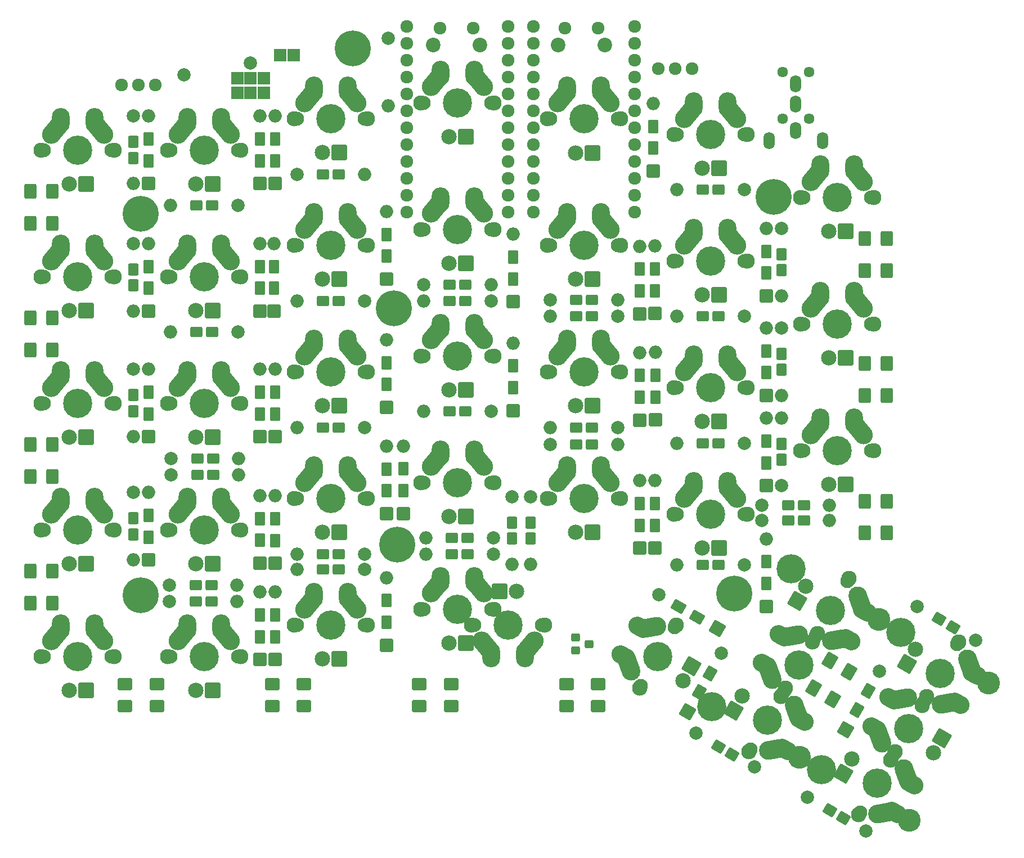
<source format=gts>
G04 #@! TF.GenerationSoftware,KiCad,Pcbnew,(6.0.0)*
G04 #@! TF.CreationDate,2022-02-07T00:58:47-05:00*
G04 #@! TF.ProjectId,ergodash,6572676f-6461-4736-982e-6b696361645f,2.0*
G04 #@! TF.SameCoordinates,Original*
G04 #@! TF.FileFunction,Soldermask,Top*
G04 #@! TF.FilePolarity,Negative*
%FSLAX46Y46*%
G04 Gerber Fmt 4.6, Leading zero omitted, Abs format (unit mm)*
G04 Created by KiCad (PCBNEW (6.0.0)) date 2022-02-07 00:58:47*
%MOMM*%
%LPD*%
G01*
G04 APERTURE LIST*
G04 Aperture macros list*
%AMRoundRect*
0 Rectangle with rounded corners*
0 $1 Rounding radius*
0 $2 $3 $4 $5 $6 $7 $8 $9 X,Y pos of 4 corners*
0 Add a 4 corners polygon primitive as box body*
4,1,4,$2,$3,$4,$5,$6,$7,$8,$9,$2,$3,0*
0 Add four circle primitives for the rounded corners*
1,1,$1+$1,$2,$3*
1,1,$1+$1,$4,$5*
1,1,$1+$1,$6,$7*
1,1,$1+$1,$8,$9*
0 Add four rect primitives between the rounded corners*
20,1,$1+$1,$2,$3,$4,$5,0*
20,1,$1+$1,$4,$5,$6,$7,0*
20,1,$1+$1,$6,$7,$8,$9,0*
20,1,$1+$1,$8,$9,$2,$3,0*%
%AMHorizOval*
0 Thick line with rounded ends*
0 $1 width*
0 $2 $3 position (X,Y) of the first rounded end (center of the circle)*
0 $4 $5 position (X,Y) of the second rounded end (center of the circle)*
0 Add line between two ends*
20,1,$1,$2,$3,$4,$5,0*
0 Add two circle primitives to create the rounded ends*
1,1,$1,$2,$3*
1,1,$1,$4,$5*%
G04 Aperture macros list end*
%ADD10C,2.000000*%
%ADD11HorizOval,2.000000X0.000000X0.000000X0.000000X0.000000X0*%
%ADD12O,2.000000X2.000000*%
%ADD13C,1.924000*%
%ADD14C,2.200000*%
%ADD15C,5.400000*%
%ADD16RoundRect,0.200000X-0.762000X-0.762000X0.762000X-0.762000X0.762000X0.762000X-0.762000X0.762000X0*%
%ADD17C,1.610000*%
%ADD18O,1.700000X2.600000*%
%ADD19RoundRect,0.200000X-0.600000X0.700000X-0.600000X-0.700000X0.600000X-0.700000X0.600000X0.700000X0*%
%ADD20RoundRect,0.200000X0.700000X0.600000X-0.700000X0.600000X-0.700000X-0.600000X0.700000X-0.600000X0*%
%ADD21RoundRect,0.200000X-0.700000X-0.600000X0.700000X-0.600000X0.700000X0.600000X-0.700000X0.600000X0*%
%ADD22RoundRect,0.200000X0.600000X-0.700000X0.600000X0.700000X-0.600000X0.700000X-0.600000X-0.700000X0*%
%ADD23RoundRect,0.200000X-0.906218X-0.169615X0.306218X-0.869615X0.906218X0.169615X-0.306218X0.869615X0*%
%ADD24HorizOval,2.000000X0.000000X0.000000X0.000000X0.000000X0*%
%ADD25RoundRect,0.200000X-0.952500X-0.952500X0.952500X-0.952500X0.952500X0.952500X-0.952500X0.952500X0*%
%ADD26C,2.305000*%
%ADD27RoundRect,0.200000X0.348639X-1.301139X1.301139X0.348639X-0.348639X1.301139X-1.301139X-0.348639X0*%
%ADD28RoundRect,0.200000X0.952500X0.952500X-0.952500X0.952500X-0.952500X-0.952500X0.952500X-0.952500X0*%
%ADD29RoundRect,0.200000X0.292820X-1.092820X1.092820X0.292820X-0.292820X1.092820X-1.092820X-0.292820X0*%
%ADD30RoundRect,0.200000X0.119615X-0.992820X0.919615X0.392820X-0.119615X0.992820X-0.919615X-0.392820X0*%
%ADD31HorizOval,2.000000X0.000000X0.000000X0.000000X0.000000X0*%
%ADD32RoundRect,0.200000X-0.450000X-0.400000X0.450000X-0.400000X0.450000X0.400000X-0.450000X0.400000X0*%
%ADD33C,2.300000*%
%ADD34C,4.400000*%
%ADD35C,2.100000*%
%ADD36HorizOval,2.800000X0.578509X0.689440X-0.578509X-0.689440X0*%
%ADD37O,2.700000X3.737000*%
%ADD38HorizOval,2.800000X0.578509X-0.689440X-0.578509X0.689440X0*%
%ADD39HorizOval,2.800000X0.307818X-0.845723X-0.307818X0.845723X0*%
%ADD40HorizOval,2.700000X-0.449034X0.259250X0.449034X-0.259250X0*%
%ADD41HorizOval,2.800000X-0.886327X-0.156283X0.886327X0.156283X0*%
%ADD42HorizOval,2.800000X-0.307818X0.845723X0.307818X-0.845723X0*%
%ADD43HorizOval,2.800000X0.886327X0.156283X-0.886327X-0.156283X0*%
%ADD44HorizOval,2.800000X-0.578509X-0.689440X0.578509X0.689440X0*%
%ADD45HorizOval,2.800000X-0.578509X0.689440X0.578509X-0.689440X0*%
%ADD46RoundRect,0.200000X-0.348639X1.301139X-1.301139X-0.348639X0.348639X-1.301139X1.301139X0.348639X0*%
%ADD47RoundRect,0.200000X0.906218X0.169615X-0.306218X0.869615X-0.906218X-0.169615X0.306218X-0.869615X0*%
%ADD48HorizOval,2.000000X0.000000X0.000000X0.000000X0.000000X0*%
%ADD49RoundRect,0.200000X0.600000X-0.800000X0.600000X0.800000X-0.600000X0.800000X-0.600000X-0.800000X0*%
%ADD50RoundRect,0.200000X0.800000X-0.800000X0.800000X0.800000X-0.800000X0.800000X-0.800000X-0.800000X0*%
%ADD51RoundRect,0.200000X0.992820X0.119615X-0.392820X0.919615X-0.992820X-0.119615X0.392820X-0.919615X0*%
%ADD52RoundRect,0.200000X1.092820X0.292820X-0.292820X1.092820X-1.092820X-0.292820X0.292820X-1.092820X0*%
%ADD53C,3.448000*%
%ADD54C,4.387800*%
%ADD55RoundRect,0.200000X-0.700000X-0.900000X0.700000X-0.900000X0.700000X0.900000X-0.700000X0.900000X0*%
%ADD56RoundRect,0.200000X0.900000X-0.700000X0.900000X0.700000X-0.900000X0.700000X-0.900000X-0.700000X0*%
%ADD57RoundRect,0.200000X1.056218X0.429423X-0.156218X1.129423X-1.056218X-0.429423X0.156218X-1.129423X0*%
%ADD58RoundRect,0.200000X0.700000X0.900000X-0.700000X0.900000X-0.700000X-0.900000X0.700000X-0.900000X0*%
G04 APERTURE END LIST*
D10*
X102997000Y-46609000D03*
D11*
X113002647Y-44844735D03*
D10*
X133731000Y-41148000D03*
D12*
X133731000Y-51308000D03*
D13*
X160314000Y-39624000D03*
X165314000Y-39624000D03*
D14*
X159314000Y-42124000D03*
X166314000Y-42124000D03*
D15*
X134620000Y-81788000D03*
X191770000Y-65024000D03*
X185801000Y-124714000D03*
X96520000Y-67564000D03*
X96520000Y-124968000D03*
D16*
X117491000Y-43688000D03*
X119491000Y-43688000D03*
D17*
X197072000Y-53204000D03*
X193072000Y-53204000D03*
X193072000Y-46204000D03*
X197072000Y-46204000D03*
D18*
X195072000Y-55004000D03*
X195072000Y-48004000D03*
X195072000Y-51004000D03*
X191072000Y-56504000D03*
X199072000Y-56504000D03*
D13*
X93639000Y-48133000D03*
X96139000Y-48133000D03*
X98639000Y-48133000D03*
X174411000Y-45720000D03*
X176911000Y-45720000D03*
X179411000Y-45720000D03*
D15*
X135128000Y-117348000D03*
D10*
X95377000Y-52832000D03*
D19*
X95377000Y-56732000D03*
D12*
X95377000Y-62992000D03*
D19*
X95377000Y-59132000D03*
D10*
X111125000Y-66294000D03*
D20*
X107225000Y-66294000D03*
D12*
X100965000Y-66294000D03*
D20*
X104825000Y-66294000D03*
D10*
X120015000Y-61595000D03*
D21*
X123915000Y-61595000D03*
X126315000Y-61595000D03*
D12*
X130175000Y-61595000D03*
D21*
X142965000Y-78232000D03*
D10*
X139065000Y-78232000D03*
D21*
X145365000Y-78232000D03*
D12*
X149225000Y-78232000D03*
D21*
X162015000Y-80518000D03*
D10*
X158115000Y-80518000D03*
D12*
X168275000Y-80518000D03*
D21*
X164415000Y-80518000D03*
D20*
X183425000Y-63881000D03*
D10*
X187325000Y-63881000D03*
D20*
X181025000Y-63881000D03*
D12*
X177165000Y-63881000D03*
D19*
X192913000Y-73623000D03*
D10*
X192913000Y-69723000D03*
D12*
X192913000Y-79883000D03*
D19*
X192913000Y-76023000D03*
D10*
X95377000Y-72009000D03*
D19*
X95377000Y-75909000D03*
D12*
X95377000Y-82169000D03*
D19*
X95377000Y-78309000D03*
D20*
X107225000Y-85344000D03*
D10*
X111125000Y-85344000D03*
D12*
X100965000Y-85344000D03*
D20*
X104825000Y-85344000D03*
X126275000Y-80645000D03*
D10*
X130175000Y-80645000D03*
D12*
X120015000Y-80645000D03*
D20*
X123875000Y-80645000D03*
X145325000Y-80645000D03*
D10*
X149225000Y-80645000D03*
D12*
X139065000Y-80645000D03*
D20*
X142925000Y-80645000D03*
X164375000Y-82931000D03*
D10*
X168275000Y-82931000D03*
D20*
X161975000Y-82931000D03*
D12*
X158115000Y-82931000D03*
D20*
X183425000Y-82931000D03*
D10*
X187325000Y-82931000D03*
D12*
X177165000Y-82931000D03*
D20*
X181025000Y-82931000D03*
D19*
X192913000Y-88609000D03*
D10*
X192913000Y-84709000D03*
D12*
X192913000Y-94869000D03*
D19*
X192913000Y-91009000D03*
D10*
X95377000Y-90932000D03*
D19*
X95377000Y-94832000D03*
D12*
X95377000Y-101092000D03*
D19*
X95377000Y-97232000D03*
D10*
X101092000Y-104394000D03*
D21*
X104992000Y-104394000D03*
X107392000Y-104394000D03*
D12*
X111252000Y-104394000D03*
D20*
X126275000Y-99695000D03*
D10*
X130175000Y-99695000D03*
D20*
X123875000Y-99695000D03*
D12*
X120015000Y-99695000D03*
D10*
X149225000Y-97282000D03*
D20*
X145325000Y-97282000D03*
D12*
X139065000Y-97282000D03*
D20*
X142925000Y-97282000D03*
D10*
X168275000Y-99695000D03*
D20*
X164375000Y-99695000D03*
X161975000Y-99695000D03*
D12*
X158115000Y-99695000D03*
D20*
X183425000Y-102108000D03*
D10*
X187325000Y-102108000D03*
D12*
X177165000Y-102108000D03*
D20*
X181025000Y-102108000D03*
D10*
X192913000Y-108458000D03*
D22*
X192913000Y-104558000D03*
D12*
X192913000Y-98298000D03*
D22*
X192913000Y-102158000D03*
D21*
X104992000Y-106807000D03*
D10*
X101092000Y-106807000D03*
D21*
X107392000Y-106807000D03*
D12*
X111252000Y-106807000D03*
D19*
X95377000Y-113374000D03*
D10*
X95377000Y-109474000D03*
D19*
X95377000Y-115774000D03*
D12*
X95377000Y-119634000D03*
D20*
X126275000Y-118745000D03*
D10*
X130175000Y-118745000D03*
D20*
X123875000Y-118745000D03*
D12*
X120015000Y-118745000D03*
D10*
X149606000Y-116332000D03*
D20*
X145706000Y-116332000D03*
D12*
X139446000Y-116332000D03*
D20*
X143306000Y-116332000D03*
D10*
X187325000Y-120396000D03*
D20*
X183425000Y-120396000D03*
D12*
X177165000Y-120396000D03*
D20*
X181025000Y-120396000D03*
D10*
X180019212Y-145722000D03*
D23*
X183396711Y-147672000D03*
D24*
X188818030Y-150802000D03*
D23*
X185475172Y-148872000D03*
D21*
X104738000Y-123444000D03*
D10*
X100838000Y-123444000D03*
D12*
X110998000Y-123444000D03*
D21*
X107138000Y-123444000D03*
D10*
X100838000Y-125857000D03*
D21*
X104738000Y-125857000D03*
X107138000Y-125857000D03*
D12*
X110998000Y-125857000D03*
D20*
X126275000Y-121031000D03*
D10*
X130175000Y-121031000D03*
D12*
X120015000Y-121031000D03*
D20*
X123875000Y-121031000D03*
D10*
X149606000Y-118745000D03*
D20*
X145706000Y-118745000D03*
X143306000Y-118745000D03*
D12*
X139446000Y-118745000D03*
D15*
X128397000Y-42672000D03*
D25*
X88265000Y-63055500D03*
D26*
X85725000Y-63055500D03*
D25*
X107315000Y-63055500D03*
D26*
X104775000Y-63055500D03*
D25*
X126365000Y-58293000D03*
D26*
X123825000Y-58293000D03*
D25*
X145415000Y-55911750D03*
D26*
X142875000Y-55911750D03*
D25*
X164465000Y-58420000D03*
D26*
X161925000Y-58420000D03*
D25*
X183515000Y-60674250D03*
D26*
X180975000Y-60674250D03*
D25*
X202565000Y-70199250D03*
D26*
X200025000Y-70199250D03*
D25*
X88265000Y-82105500D03*
D26*
X85725000Y-82105500D03*
D25*
X107315000Y-82105500D03*
D26*
X104775000Y-82105500D03*
D25*
X126365000Y-77343000D03*
D26*
X123825000Y-77343000D03*
D25*
X145415000Y-74961750D03*
D26*
X142875000Y-74961750D03*
D25*
X164465000Y-77343000D03*
D26*
X161925000Y-77343000D03*
D25*
X183515000Y-79724250D03*
D26*
X180975000Y-79724250D03*
D25*
X202565000Y-89249250D03*
D26*
X200025000Y-89249250D03*
D25*
X88265000Y-101155500D03*
D26*
X85725000Y-101155500D03*
D25*
X107315000Y-101155500D03*
D26*
X104775000Y-101155500D03*
D25*
X126365000Y-96393000D03*
D26*
X123825000Y-96393000D03*
D25*
X145415000Y-94011750D03*
D26*
X142875000Y-94011750D03*
D25*
X164465000Y-96393000D03*
D26*
X161925000Y-96393000D03*
D25*
X183515000Y-98774250D03*
D26*
X180975000Y-98774250D03*
D25*
X202565000Y-108299250D03*
D26*
X200025000Y-108299250D03*
D25*
X88265000Y-120205500D03*
D26*
X85725000Y-120205500D03*
D25*
X107315000Y-120205500D03*
D26*
X104775000Y-120205500D03*
D25*
X126365000Y-115443000D03*
D26*
X123825000Y-115443000D03*
D25*
X145415000Y-113061750D03*
D26*
X142875000Y-113061750D03*
D25*
X164465000Y-115443000D03*
D26*
X161925000Y-115443000D03*
D25*
X183515000Y-117824250D03*
D26*
X180975000Y-117824250D03*
D27*
X179326409Y-135615398D03*
D26*
X178056409Y-137815102D03*
D25*
X88265000Y-139255500D03*
D26*
X85725000Y-139255500D03*
D25*
X107315000Y-139255500D03*
D26*
X104775000Y-139255500D03*
D25*
X126365000Y-134493000D03*
D26*
X123825000Y-134493000D03*
D25*
X145415000Y-132111750D03*
D26*
X142875000Y-132111750D03*
D13*
X136525000Y-39370000D03*
X136525000Y-41910000D03*
X136525000Y-44450000D03*
X136525000Y-46990000D03*
X136525000Y-49530000D03*
X136525000Y-52070000D03*
X136525000Y-54610000D03*
X136525000Y-57150000D03*
X136525000Y-59690000D03*
X136525000Y-62230000D03*
X136525000Y-64770000D03*
X136525000Y-67310000D03*
X151765000Y-67310000D03*
X151765000Y-64770000D03*
X151765000Y-62230000D03*
X151765000Y-59690000D03*
X151765000Y-57150000D03*
X151765000Y-54610000D03*
X151765000Y-52070000D03*
X151765000Y-49530000D03*
X151765000Y-46990000D03*
X151765000Y-44450000D03*
X151765000Y-41910000D03*
X151765000Y-39370000D03*
D28*
X150495000Y-124333000D03*
D26*
X153035000Y-124333000D03*
D29*
X202565000Y-145161000D03*
D30*
X204290000Y-142173212D03*
X205920000Y-139349970D03*
D31*
X207645000Y-136362182D03*
D32*
X161957000Y-131323000D03*
X161957000Y-133223000D03*
X163957000Y-132273000D03*
D33*
X111545000Y-57975500D03*
D34*
X106045000Y-57975500D03*
D35*
X111125000Y-57975500D03*
X100965000Y-57975500D03*
D33*
X100545000Y-57975500D03*
D36*
X102684951Y-54899269D03*
D37*
X103525000Y-53475500D03*
D38*
X109405049Y-54899269D03*
D37*
X108565000Y-53475500D03*
D33*
X111545000Y-77025500D03*
X100545000Y-77025500D03*
D35*
X100965000Y-77025500D03*
D34*
X106045000Y-77025500D03*
D35*
X111125000Y-77025500D03*
D36*
X102684951Y-73949269D03*
D37*
X103525000Y-72525500D03*
D38*
X109405049Y-73949269D03*
D37*
X108565000Y-72525500D03*
D33*
X111545000Y-96075500D03*
X100545000Y-96075500D03*
D34*
X106045000Y-96075500D03*
D35*
X111125000Y-96075500D03*
X100965000Y-96075500D03*
D36*
X102684951Y-92999269D03*
D37*
X103525000Y-91575500D03*
D38*
X109405049Y-92999269D03*
D37*
X108565000Y-91575500D03*
D35*
X111125000Y-115125500D03*
D33*
X111545000Y-115125500D03*
X100545000Y-115125500D03*
D34*
X106045000Y-115125500D03*
D35*
X100965000Y-115125500D03*
D37*
X103525000Y-110625500D03*
D36*
X102684951Y-112049269D03*
D38*
X109405049Y-112049269D03*
D37*
X108565000Y-110625500D03*
D33*
X119595000Y-110363000D03*
D34*
X125095000Y-110363000D03*
D35*
X130175000Y-110363000D03*
X120015000Y-110363000D03*
D33*
X130595000Y-110363000D03*
D36*
X121734951Y-107286769D03*
D37*
X122575000Y-105863000D03*
X127615000Y-105863000D03*
D38*
X128455049Y-107286769D03*
D33*
X149645000Y-50831750D03*
X138645000Y-50831750D03*
D35*
X139065000Y-50831750D03*
X149225000Y-50831750D03*
D34*
X144145000Y-50831750D03*
D37*
X141625000Y-46331750D03*
D36*
X140784951Y-47755519D03*
D37*
X146665000Y-46331750D03*
D38*
X147505049Y-47755519D03*
D34*
X144145000Y-69881750D03*
D35*
X139065000Y-69881750D03*
X149225000Y-69881750D03*
D33*
X149645000Y-69881750D03*
X138645000Y-69881750D03*
D36*
X140784951Y-66805519D03*
D37*
X141625000Y-65381750D03*
X146665000Y-65381750D03*
D38*
X147505049Y-66805519D03*
D35*
X149225000Y-88931750D03*
D34*
X144145000Y-88931750D03*
D33*
X138645000Y-88931750D03*
X149645000Y-88931750D03*
D35*
X139065000Y-88931750D03*
D36*
X140784951Y-85855519D03*
D37*
X141625000Y-84431750D03*
X146665000Y-84431750D03*
D38*
X147505049Y-85855519D03*
D34*
X144145000Y-107981750D03*
D33*
X149645000Y-107981750D03*
D35*
X139065000Y-107981750D03*
X149225000Y-107981750D03*
D33*
X138645000Y-107981750D03*
D36*
X140784951Y-104905519D03*
D37*
X141625000Y-103481750D03*
X146665000Y-103481750D03*
D38*
X147505049Y-104905519D03*
D35*
X168275000Y-53213000D03*
D33*
X168695000Y-53213000D03*
D34*
X163195000Y-53213000D03*
D35*
X158115000Y-53213000D03*
D33*
X157695000Y-53213000D03*
D36*
X159834951Y-50136769D03*
D37*
X160675000Y-48713000D03*
D38*
X166555049Y-50136769D03*
D37*
X165715000Y-48713000D03*
D34*
X163195000Y-72263000D03*
D35*
X158115000Y-72263000D03*
D33*
X168695000Y-72263000D03*
X157695000Y-72263000D03*
D35*
X168275000Y-72263000D03*
D37*
X160675000Y-67763000D03*
D36*
X159834951Y-69186769D03*
D37*
X165715000Y-67763000D03*
D38*
X166555049Y-69186769D03*
D35*
X168275000Y-91313000D03*
D34*
X163195000Y-91313000D03*
D33*
X168695000Y-91313000D03*
D35*
X158115000Y-91313000D03*
D33*
X157695000Y-91313000D03*
D36*
X159834951Y-88236769D03*
D37*
X160675000Y-86813000D03*
D38*
X166555049Y-88236769D03*
D37*
X165715000Y-86813000D03*
D34*
X163195000Y-110363000D03*
D33*
X168695000Y-110363000D03*
D35*
X158115000Y-110363000D03*
D33*
X157695000Y-110363000D03*
D35*
X168275000Y-110363000D03*
D36*
X159834951Y-107286769D03*
D37*
X160675000Y-105863000D03*
D38*
X166555049Y-107286769D03*
D37*
X165715000Y-105863000D03*
D35*
X187325000Y-55594250D03*
D34*
X182245000Y-55594250D03*
D35*
X177165000Y-55594250D03*
D33*
X187745000Y-55594250D03*
X176745000Y-55594250D03*
D37*
X179725000Y-51094250D03*
D36*
X178884951Y-52518019D03*
D38*
X185605049Y-52518019D03*
D37*
X184765000Y-51094250D03*
D35*
X206375000Y-65119250D03*
D33*
X206795000Y-65119250D03*
X195795000Y-65119250D03*
D34*
X201295000Y-65119250D03*
D35*
X196215000Y-65119250D03*
D36*
X197934951Y-62043019D03*
D37*
X198775000Y-60619250D03*
D38*
X204655049Y-62043019D03*
D37*
X203815000Y-60619250D03*
D35*
X206375000Y-84169250D03*
D33*
X206795000Y-84169250D03*
X195795000Y-84169250D03*
D35*
X196215000Y-84169250D03*
D34*
X201295000Y-84169250D03*
D36*
X197934951Y-81093019D03*
D37*
X198775000Y-79669250D03*
X203815000Y-79669250D03*
D38*
X204655049Y-81093019D03*
D33*
X195795000Y-103219250D03*
D35*
X206375000Y-103219250D03*
D34*
X201295000Y-103219250D03*
D33*
X206795000Y-103219250D03*
D35*
X196215000Y-103219250D03*
D37*
X198775000Y-98719250D03*
D36*
X197934951Y-100143019D03*
D38*
X204655049Y-100143019D03*
D37*
X203815000Y-98719250D03*
D35*
X202855000Y-122802891D03*
D33*
X203065000Y-122439160D03*
X197565000Y-131965440D03*
D34*
X200315000Y-127202300D03*
D35*
X197775000Y-131601709D03*
D39*
X204659119Y-125830528D03*
D40*
X205472114Y-127269916D03*
D41*
X201299070Y-131650303D03*
D40*
X202952114Y-131634684D03*
D35*
X100965000Y-134175500D03*
D33*
X100545000Y-134175500D03*
D34*
X106045000Y-134175500D03*
D33*
X111545000Y-134175500D03*
D35*
X111125000Y-134175500D03*
D37*
X103525000Y-129675500D03*
D36*
X102684951Y-131099269D03*
D37*
X108565000Y-129675500D03*
D38*
X109405049Y-131099269D03*
D35*
X176832000Y-129775841D03*
X171752000Y-138574659D03*
D33*
X171542000Y-138938390D03*
X177042000Y-129412110D03*
D34*
X174292000Y-134175250D03*
D42*
X169947881Y-135547022D03*
D40*
X169134886Y-134107634D03*
D43*
X173307930Y-129727247D03*
D40*
X171654886Y-129742866D03*
D33*
X188040000Y-148463440D03*
D35*
X193330000Y-139300891D03*
X188250000Y-148099709D03*
D34*
X190790000Y-143700300D03*
D33*
X193540000Y-138937160D03*
D40*
X195947114Y-143767916D03*
D39*
X195134119Y-142328528D03*
D41*
X191774070Y-148148303D03*
D40*
X193427114Y-148132684D03*
D33*
X198302500Y-130688110D03*
D35*
X198092500Y-131051841D03*
D33*
X192802500Y-140214390D03*
D35*
X193012500Y-139850659D03*
D34*
X195552500Y-135451250D03*
D42*
X191208381Y-136823022D03*
D40*
X190395386Y-135383634D03*
D43*
X194568430Y-131003247D03*
D40*
X192915386Y-131018866D03*
D33*
X146265000Y-129413000D03*
D35*
X156845000Y-129413000D03*
D33*
X157265000Y-129413000D03*
D35*
X146685000Y-129413000D03*
D34*
X151765000Y-129413000D03*
D37*
X154285000Y-133913000D03*
D44*
X155125049Y-132489231D03*
D45*
X148404951Y-132489231D03*
D37*
X149245000Y-133913000D03*
D35*
X214273000Y-141126759D03*
D33*
X214063000Y-141490490D03*
D35*
X219353000Y-132327941D03*
D34*
X216813000Y-136727350D03*
D33*
X219563000Y-131964210D03*
D40*
X221970114Y-136794966D03*
D39*
X221157119Y-135355578D03*
D40*
X219450114Y-141159734D03*
D41*
X217797070Y-141175353D03*
D33*
X209300500Y-149739440D03*
D35*
X209510500Y-149375709D03*
X214590500Y-140576891D03*
D33*
X214800500Y-140213160D03*
D34*
X212050500Y-144976300D03*
D42*
X207706381Y-146348072D03*
D40*
X206893386Y-144908684D03*
X209413386Y-140543916D03*
D43*
X211066430Y-140528297D03*
D34*
X207288000Y-153225350D03*
D33*
X210038000Y-148462210D03*
D35*
X204748000Y-157624759D03*
D33*
X204538000Y-157988490D03*
D35*
X209828000Y-148825941D03*
D39*
X211632119Y-151853578D03*
D40*
X212445114Y-153292966D03*
X209925114Y-157657734D03*
D41*
X208272070Y-157673353D03*
D46*
X195280591Y-125762152D03*
D26*
X196550591Y-123562448D03*
D46*
X211778591Y-135287202D03*
D26*
X213048591Y-133087498D03*
D46*
X185755591Y-142260152D03*
D26*
X187025591Y-140060448D03*
D46*
X202253591Y-151785202D03*
D26*
X203523591Y-149585498D03*
D10*
X189992000Y-111379000D03*
D21*
X193892000Y-111379000D03*
D12*
X200152000Y-111379000D03*
D21*
X196292000Y-111379000D03*
D10*
X189992000Y-113665000D03*
D21*
X193892000Y-113665000D03*
D12*
X200152000Y-113665000D03*
D21*
X196292000Y-113665000D03*
D47*
X202235501Y-158451000D03*
D10*
X205613000Y-160401000D03*
D48*
X196814182Y-155321000D03*
D47*
X200157040Y-157251000D03*
D27*
X217084909Y-146416448D03*
D26*
X215814909Y-148616152D03*
D49*
X97663000Y-59542000D03*
D50*
X97663000Y-62992000D03*
D12*
X97663000Y-52832000D03*
D49*
X97663000Y-56282000D03*
X97663000Y-78719000D03*
D50*
X97663000Y-82169000D03*
D12*
X97663000Y-72009000D03*
D49*
X97663000Y-75459000D03*
D50*
X97663000Y-101092000D03*
D49*
X97663000Y-97642000D03*
D12*
X97663000Y-90932000D03*
D49*
X97663000Y-94382000D03*
X114427000Y-116671000D03*
D50*
X114427000Y-120121000D03*
D49*
X114427000Y-113411000D03*
D12*
X114427000Y-109961000D03*
D49*
X114427000Y-59542000D03*
D50*
X114427000Y-62992000D03*
D49*
X114427000Y-56282000D03*
D12*
X114427000Y-52832000D03*
D50*
X114427000Y-82169000D03*
D49*
X114427000Y-78719000D03*
X114427000Y-75459000D03*
D12*
X114427000Y-72009000D03*
D50*
X114427000Y-101092000D03*
D49*
X114427000Y-97642000D03*
X114427000Y-94382000D03*
D12*
X114427000Y-90932000D03*
D49*
X116713000Y-116692000D03*
D50*
X116713000Y-120142000D03*
D49*
X116713000Y-113432000D03*
D12*
X116713000Y-109982000D03*
D49*
X116713000Y-59542000D03*
D50*
X116713000Y-62992000D03*
D12*
X116713000Y-52832000D03*
D49*
X116713000Y-56282000D03*
D50*
X116586000Y-82169000D03*
D49*
X116586000Y-78719000D03*
D12*
X116586000Y-72009000D03*
D49*
X116586000Y-75459000D03*
D50*
X116713000Y-101092000D03*
D49*
X116713000Y-97642000D03*
X116713000Y-94382000D03*
D12*
X116713000Y-90932000D03*
D49*
X133477000Y-109199000D03*
D50*
X133477000Y-112649000D03*
D49*
X133477000Y-105939000D03*
D12*
X133477000Y-102489000D03*
D49*
X133477000Y-73893000D03*
D50*
X133477000Y-77343000D03*
D49*
X133477000Y-70633000D03*
D12*
X133477000Y-67183000D03*
D50*
X152527000Y-80772000D03*
D49*
X152527000Y-77322000D03*
X152527000Y-74062000D03*
D12*
X152527000Y-70612000D03*
D50*
X136017000Y-112628000D03*
D49*
X136017000Y-109178000D03*
X136017000Y-105918000D03*
D12*
X136017000Y-102468000D03*
D49*
X173609000Y-57637000D03*
D50*
X173609000Y-61087000D03*
D12*
X173609000Y-50927000D03*
D49*
X173609000Y-54377000D03*
X152527000Y-93684000D03*
D50*
X152527000Y-97134000D03*
D49*
X152527000Y-90424000D03*
D12*
X152527000Y-86974000D03*
D49*
X171577000Y-114406000D03*
D50*
X171577000Y-117856000D03*
D12*
X171577000Y-107696000D03*
D49*
X171577000Y-111146000D03*
X173863000Y-79100000D03*
D50*
X173863000Y-82550000D03*
D49*
X173863000Y-75840000D03*
D12*
X173863000Y-72390000D03*
D49*
X171577000Y-79121000D03*
D50*
X171577000Y-82571000D03*
D49*
X171577000Y-75861000D03*
D12*
X171577000Y-72411000D03*
D49*
X173990000Y-95102000D03*
D50*
X173990000Y-98552000D03*
D12*
X173990000Y-88392000D03*
D49*
X173990000Y-91842000D03*
X173863000Y-114406000D03*
D50*
X173863000Y-117856000D03*
D12*
X173863000Y-107696000D03*
D49*
X173863000Y-111146000D03*
D50*
X190627000Y-79883000D03*
D49*
X190627000Y-76433000D03*
D12*
X190627000Y-69723000D03*
D49*
X190627000Y-73173000D03*
D50*
X190627000Y-94869000D03*
D49*
X190627000Y-91419000D03*
D12*
X190627000Y-84709000D03*
D49*
X190627000Y-88159000D03*
D50*
X190627000Y-108458000D03*
D49*
X190627000Y-105008000D03*
D12*
X190627000Y-98298000D03*
D49*
X190627000Y-101748000D03*
X190627000Y-123148000D03*
D50*
X190627000Y-126598000D03*
D12*
X190627000Y-116438000D03*
D49*
X190627000Y-119888000D03*
D50*
X97663000Y-119634000D03*
D49*
X97663000Y-116184000D03*
X97663000Y-112924000D03*
D12*
X97663000Y-109474000D03*
D50*
X114427000Y-134620000D03*
D49*
X114427000Y-131170000D03*
D12*
X114427000Y-124460000D03*
D49*
X114427000Y-127910000D03*
X116713000Y-131170000D03*
D50*
X116713000Y-134620000D03*
D49*
X116713000Y-127910000D03*
D12*
X116713000Y-124460000D03*
D51*
X180242242Y-128249000D03*
D52*
X183230030Y-129974000D03*
D51*
X177419000Y-126619000D03*
D48*
X174431212Y-124894000D03*
D29*
X178816000Y-142494000D03*
D30*
X180541000Y-139506212D03*
D31*
X183896000Y-133695182D03*
D30*
X182171000Y-136682970D03*
D10*
X158115000Y-102235000D03*
D21*
X162015000Y-102235000D03*
X164415000Y-102235000D03*
D12*
X168275000Y-102235000D03*
D19*
X152400000Y-113988000D03*
D10*
X152400000Y-110088000D03*
D19*
X152400000Y-116388000D03*
D12*
X152400000Y-120248000D03*
D16*
X111030000Y-47159000D03*
X113030000Y-47159000D03*
X115030000Y-47159000D03*
X111030000Y-49318000D03*
X113030000Y-49318000D03*
X115030000Y-49318000D03*
D53*
X195632687Y-149282361D03*
D54*
X182434460Y-141662361D03*
D53*
X207570687Y-128605139D03*
D54*
X194372460Y-120985139D03*
X198932460Y-151187411D03*
D53*
X212130687Y-158807411D03*
X224068687Y-138130189D03*
D54*
X210870460Y-130510189D03*
D49*
X133477000Y-128990000D03*
D50*
X133477000Y-132440000D03*
D49*
X133477000Y-125730000D03*
D12*
X133477000Y-122280000D03*
D47*
X218740461Y-129724000D03*
D10*
X222117960Y-131674000D03*
D48*
X213319142Y-126594000D03*
D47*
X216662000Y-128524000D03*
D49*
X133477000Y-93218000D03*
D50*
X133477000Y-96668000D03*
D49*
X133477000Y-89958000D03*
D12*
X133477000Y-86508000D03*
D49*
X171577000Y-95123000D03*
D50*
X171577000Y-98573000D03*
D49*
X171577000Y-91863000D03*
D12*
X171577000Y-88413000D03*
D10*
X155194000Y-110109000D03*
D19*
X155194000Y-114009000D03*
X155194000Y-116409000D03*
D12*
X155194000Y-120269000D03*
D13*
X146518000Y-39624000D03*
X141518000Y-39624000D03*
D14*
X147518000Y-42124000D03*
X140518000Y-42124000D03*
D13*
X170815000Y-39370000D03*
X170815000Y-41910000D03*
X170815000Y-44450000D03*
X170815000Y-46990000D03*
X170815000Y-49530000D03*
X170815000Y-52070000D03*
X170815000Y-54610000D03*
X170815000Y-57150000D03*
X170815000Y-59690000D03*
X170815000Y-62230000D03*
X170815000Y-64770000D03*
X170815000Y-67310000D03*
X155575000Y-67310000D03*
X155575000Y-64770000D03*
X155575000Y-62230000D03*
X155575000Y-59690000D03*
X155575000Y-57150000D03*
X155575000Y-54610000D03*
X155575000Y-52070000D03*
X155575000Y-49530000D03*
X155575000Y-46990000D03*
X155575000Y-44450000D03*
X155575000Y-41910000D03*
X155575000Y-39370000D03*
D33*
X92495000Y-57975500D03*
D35*
X81915000Y-57975500D03*
D33*
X81495000Y-57975500D03*
D35*
X92075000Y-57975500D03*
D34*
X86995000Y-57975500D03*
D37*
X89515000Y-53475500D03*
D45*
X90355049Y-54899269D03*
D44*
X83634951Y-54899269D03*
D37*
X84475000Y-53475500D03*
D34*
X86995000Y-77025500D03*
D33*
X92495000Y-77025500D03*
D35*
X81915000Y-77025500D03*
D33*
X81495000Y-77025500D03*
D35*
X92075000Y-77025500D03*
D37*
X89515000Y-72525500D03*
D45*
X90355049Y-73949269D03*
D37*
X84475000Y-72525500D03*
D44*
X83634951Y-73949269D03*
D35*
X81915000Y-96075500D03*
D33*
X92495000Y-96075500D03*
X81495000Y-96075500D03*
D34*
X86995000Y-96075500D03*
D35*
X92075000Y-96075500D03*
D45*
X90355049Y-92999269D03*
D37*
X89515000Y-91575500D03*
X84475000Y-91575500D03*
D44*
X83634951Y-92999269D03*
D35*
X81915000Y-115125500D03*
X92075000Y-115125500D03*
D33*
X92495000Y-115125500D03*
D34*
X86995000Y-115125500D03*
D33*
X81495000Y-115125500D03*
D37*
X89515000Y-110625500D03*
D45*
X90355049Y-112049269D03*
D44*
X83634951Y-112049269D03*
D37*
X84475000Y-110625500D03*
D33*
X130595000Y-53213000D03*
X119595000Y-53213000D03*
D35*
X120015000Y-53213000D03*
D34*
X125095000Y-53213000D03*
D35*
X130175000Y-53213000D03*
D37*
X127615000Y-48713000D03*
D45*
X128455049Y-50136769D03*
D44*
X121734951Y-50136769D03*
D37*
X122575000Y-48713000D03*
D33*
X130595000Y-72263000D03*
D35*
X130175000Y-72263000D03*
X120015000Y-72263000D03*
D34*
X125095000Y-72263000D03*
D33*
X119595000Y-72263000D03*
D37*
X127615000Y-67763000D03*
D45*
X128455049Y-69186769D03*
D37*
X122575000Y-67763000D03*
D44*
X121734951Y-69186769D03*
D34*
X125095000Y-91313000D03*
D35*
X120015000Y-91313000D03*
D33*
X119595000Y-91313000D03*
D35*
X130175000Y-91313000D03*
D33*
X130595000Y-91313000D03*
D45*
X128455049Y-88236769D03*
D37*
X127615000Y-86813000D03*
D44*
X121734951Y-88236769D03*
D37*
X122575000Y-86813000D03*
D35*
X187325000Y-74644250D03*
X177165000Y-74644250D03*
D33*
X187745000Y-74644250D03*
D34*
X182245000Y-74644250D03*
D33*
X176745000Y-74644250D03*
D37*
X184765000Y-70144250D03*
D45*
X185605049Y-71568019D03*
D37*
X179725000Y-70144250D03*
D44*
X178884951Y-71568019D03*
D34*
X182245000Y-93694250D03*
D33*
X176745000Y-93694250D03*
D35*
X187325000Y-93694250D03*
D33*
X187745000Y-93694250D03*
D35*
X177165000Y-93694250D03*
D45*
X185605049Y-90618019D03*
D37*
X184765000Y-89194250D03*
X179725000Y-89194250D03*
D44*
X178884951Y-90618019D03*
D33*
X187745000Y-112744250D03*
X176745000Y-112744250D03*
D35*
X187325000Y-112744250D03*
D34*
X182245000Y-112744250D03*
D35*
X177165000Y-112744250D03*
D45*
X185605049Y-109668019D03*
D37*
X184765000Y-108244250D03*
X179725000Y-108244250D03*
D44*
X178884951Y-109668019D03*
D35*
X81915000Y-134175500D03*
D33*
X92495000Y-134175500D03*
D35*
X92075000Y-134175500D03*
D34*
X86995000Y-134175500D03*
D33*
X81495000Y-134175500D03*
D37*
X89515000Y-129675500D03*
D45*
X90355049Y-131099269D03*
D37*
X84475000Y-129675500D03*
D44*
X83634951Y-131099269D03*
D34*
X125095000Y-129413000D03*
D33*
X119595000Y-129413000D03*
D35*
X130175000Y-129413000D03*
X120015000Y-129413000D03*
D33*
X130595000Y-129413000D03*
D45*
X128455049Y-126336769D03*
D37*
X127615000Y-124913000D03*
X122575000Y-124913000D03*
D44*
X121734951Y-126336769D03*
D33*
X138645000Y-127031750D03*
X149645000Y-127031750D03*
D35*
X139065000Y-127031750D03*
X149225000Y-127031750D03*
D34*
X144145000Y-127031750D03*
D37*
X146665000Y-122531750D03*
D45*
X147505049Y-123955519D03*
D37*
X141625000Y-122531750D03*
D44*
X140784951Y-123955519D03*
D55*
X79884000Y-68948000D03*
X83184000Y-68948000D03*
X83184000Y-64148000D03*
X79884000Y-64148000D03*
X79884000Y-87998000D03*
X83184000Y-87998000D03*
X83184000Y-83198000D03*
X79884000Y-83198000D03*
X79884000Y-107048000D03*
X83184000Y-107048000D03*
X83184000Y-102248000D03*
X79884000Y-102248000D03*
X79884000Y-126098000D03*
X83184000Y-126098000D03*
X83184000Y-121298000D03*
X79884000Y-121298000D03*
D56*
X98920000Y-141604000D03*
X98920000Y-138304000D03*
X94120000Y-138304000D03*
X94120000Y-141604000D03*
X121060333Y-141604000D03*
X121060333Y-138304000D03*
X116260333Y-138304000D03*
X116260333Y-141604000D03*
X143200667Y-141604000D03*
X143200667Y-138304000D03*
X138400667Y-138304000D03*
X138400667Y-141604000D03*
X165341000Y-141604000D03*
X165341000Y-138304000D03*
X160541000Y-138304000D03*
X160541000Y-141604000D03*
D57*
X203034942Y-136414539D03*
X200177058Y-134764539D03*
X197777058Y-138921461D03*
X200634942Y-140571461D03*
D58*
X208787000Y-110757000D03*
X205487000Y-110757000D03*
X205487000Y-115557000D03*
X208787000Y-115557000D03*
X208787000Y-90056000D03*
X205487000Y-90056000D03*
X205487000Y-94856000D03*
X208787000Y-94856000D03*
X208787000Y-71260000D03*
X205487000Y-71260000D03*
X205487000Y-76060000D03*
X208787000Y-76060000D03*
M02*

</source>
